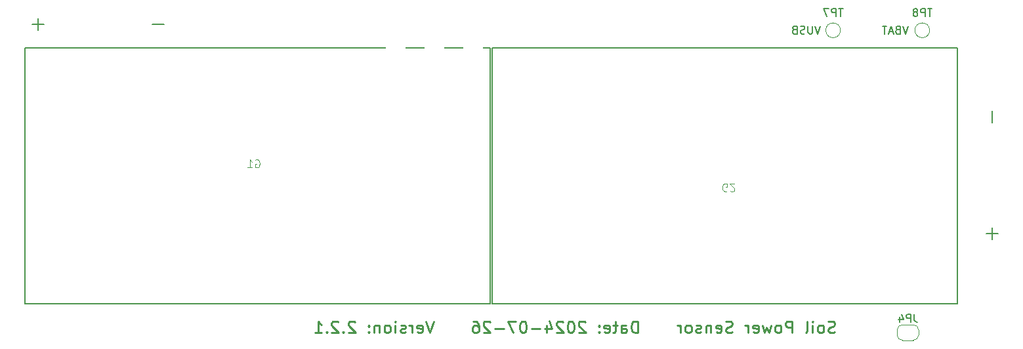
<source format=gbo>
G04 #@! TF.GenerationSoftware,KiCad,Pcbnew,8.0.3*
G04 #@! TF.CreationDate,2024-07-30T15:51:00-07:00*
G04 #@! TF.ProjectId,Soil Power Sensor,536f696c-2050-46f7-9765-722053656e73,2.2.1*
G04 #@! TF.SameCoordinates,Original*
G04 #@! TF.FileFunction,Legend,Bot*
G04 #@! TF.FilePolarity,Positive*
%FSLAX46Y46*%
G04 Gerber Fmt 4.6, Leading zero omitted, Abs format (unit mm)*
G04 Created by KiCad (PCBNEW 8.0.3) date 2024-07-30 15:51:00*
%MOMM*%
%LPD*%
G01*
G04 APERTURE LIST*
G04 Aperture macros list*
%AMFreePoly0*
4,1,19,0.500000,-0.750000,0.000000,-0.750000,0.000000,-0.744911,-0.071157,-0.744911,-0.207708,-0.704816,-0.327430,-0.627875,-0.420627,-0.520320,-0.479746,-0.390866,-0.500000,-0.250000,-0.500000,0.250000,-0.479746,0.390866,-0.420627,0.520320,-0.327430,0.627875,-0.207708,0.704816,-0.071157,0.744911,0.000000,0.744911,0.000000,0.750000,0.500000,0.750000,0.500000,-0.750000,0.500000,-0.750000,
$1*%
%AMFreePoly1*
4,1,19,0.000000,0.744911,0.071157,0.744911,0.207708,0.704816,0.327430,0.627875,0.420627,0.520320,0.479746,0.390866,0.500000,0.250000,0.500000,-0.250000,0.479746,-0.390866,0.420627,-0.520320,0.327430,-0.627875,0.207708,-0.704816,0.071157,-0.744911,0.000000,-0.744911,0.000000,-0.750000,-0.500000,-0.750000,-0.500000,0.750000,0.000000,0.750000,0.000000,0.744911,0.000000,0.744911,
$1*%
G04 Aperture macros list end*
%ADD10C,0.150000*%
%ADD11C,0.254000*%
%ADD12C,0.100000*%
%ADD13C,0.200000*%
%ADD14C,0.120000*%
%ADD15C,3.600000*%
%ADD16C,5.700000*%
%ADD17R,2.600000X2.600000*%
%ADD18C,2.600000*%
%ADD19R,1.700000X1.700000*%
%ADD20O,1.700000X1.700000*%
%ADD21FreePoly0,180.000000*%
%ADD22FreePoly1,180.000000*%
%ADD23R,3.000000X3.000000*%
%ADD24C,1.500000*%
G04 APERTURE END LIST*
D10*
X225333332Y-49954819D02*
X224999999Y-50954819D01*
X224999999Y-50954819D02*
X224666666Y-49954819D01*
X224333332Y-49954819D02*
X224333332Y-50764342D01*
X224333332Y-50764342D02*
X224285713Y-50859580D01*
X224285713Y-50859580D02*
X224238094Y-50907200D01*
X224238094Y-50907200D02*
X224142856Y-50954819D01*
X224142856Y-50954819D02*
X223952380Y-50954819D01*
X223952380Y-50954819D02*
X223857142Y-50907200D01*
X223857142Y-50907200D02*
X223809523Y-50859580D01*
X223809523Y-50859580D02*
X223761904Y-50764342D01*
X223761904Y-50764342D02*
X223761904Y-49954819D01*
X223333332Y-50907200D02*
X223190475Y-50954819D01*
X223190475Y-50954819D02*
X222952380Y-50954819D01*
X222952380Y-50954819D02*
X222857142Y-50907200D01*
X222857142Y-50907200D02*
X222809523Y-50859580D01*
X222809523Y-50859580D02*
X222761904Y-50764342D01*
X222761904Y-50764342D02*
X222761904Y-50669104D01*
X222761904Y-50669104D02*
X222809523Y-50573866D01*
X222809523Y-50573866D02*
X222857142Y-50526247D01*
X222857142Y-50526247D02*
X222952380Y-50478628D01*
X222952380Y-50478628D02*
X223142856Y-50431009D01*
X223142856Y-50431009D02*
X223238094Y-50383390D01*
X223238094Y-50383390D02*
X223285713Y-50335771D01*
X223285713Y-50335771D02*
X223333332Y-50240533D01*
X223333332Y-50240533D02*
X223333332Y-50145295D01*
X223333332Y-50145295D02*
X223285713Y-50050057D01*
X223285713Y-50050057D02*
X223238094Y-50002438D01*
X223238094Y-50002438D02*
X223142856Y-49954819D01*
X223142856Y-49954819D02*
X222904761Y-49954819D01*
X222904761Y-49954819D02*
X222761904Y-50002438D01*
X221999999Y-50431009D02*
X221857142Y-50478628D01*
X221857142Y-50478628D02*
X221809523Y-50526247D01*
X221809523Y-50526247D02*
X221761904Y-50621485D01*
X221761904Y-50621485D02*
X221761904Y-50764342D01*
X221761904Y-50764342D02*
X221809523Y-50859580D01*
X221809523Y-50859580D02*
X221857142Y-50907200D01*
X221857142Y-50907200D02*
X221952380Y-50954819D01*
X221952380Y-50954819D02*
X222333332Y-50954819D01*
X222333332Y-50954819D02*
X222333332Y-49954819D01*
X222333332Y-49954819D02*
X221999999Y-49954819D01*
X221999999Y-49954819D02*
X221904761Y-50002438D01*
X221904761Y-50002438D02*
X221857142Y-50050057D01*
X221857142Y-50050057D02*
X221809523Y-50145295D01*
X221809523Y-50145295D02*
X221809523Y-50240533D01*
X221809523Y-50240533D02*
X221857142Y-50335771D01*
X221857142Y-50335771D02*
X221904761Y-50383390D01*
X221904761Y-50383390D02*
X221999999Y-50431009D01*
X221999999Y-50431009D02*
X222333332Y-50431009D01*
X236642856Y-49954819D02*
X236309523Y-50954819D01*
X236309523Y-50954819D02*
X235976190Y-49954819D01*
X235309523Y-50431009D02*
X235166666Y-50478628D01*
X235166666Y-50478628D02*
X235119047Y-50526247D01*
X235119047Y-50526247D02*
X235071428Y-50621485D01*
X235071428Y-50621485D02*
X235071428Y-50764342D01*
X235071428Y-50764342D02*
X235119047Y-50859580D01*
X235119047Y-50859580D02*
X235166666Y-50907200D01*
X235166666Y-50907200D02*
X235261904Y-50954819D01*
X235261904Y-50954819D02*
X235642856Y-50954819D01*
X235642856Y-50954819D02*
X235642856Y-49954819D01*
X235642856Y-49954819D02*
X235309523Y-49954819D01*
X235309523Y-49954819D02*
X235214285Y-50002438D01*
X235214285Y-50002438D02*
X235166666Y-50050057D01*
X235166666Y-50050057D02*
X235119047Y-50145295D01*
X235119047Y-50145295D02*
X235119047Y-50240533D01*
X235119047Y-50240533D02*
X235166666Y-50335771D01*
X235166666Y-50335771D02*
X235214285Y-50383390D01*
X235214285Y-50383390D02*
X235309523Y-50431009D01*
X235309523Y-50431009D02*
X235642856Y-50431009D01*
X234690475Y-50669104D02*
X234214285Y-50669104D01*
X234785713Y-50954819D02*
X234452380Y-49954819D01*
X234452380Y-49954819D02*
X234119047Y-50954819D01*
X233928570Y-49954819D02*
X233357142Y-49954819D01*
X233642856Y-50954819D02*
X233642856Y-49954819D01*
D11*
X227222180Y-89474224D02*
X227007895Y-89545652D01*
X227007895Y-89545652D02*
X226650752Y-89545652D01*
X226650752Y-89545652D02*
X226507895Y-89474224D01*
X226507895Y-89474224D02*
X226436466Y-89402795D01*
X226436466Y-89402795D02*
X226365037Y-89259938D01*
X226365037Y-89259938D02*
X226365037Y-89117081D01*
X226365037Y-89117081D02*
X226436466Y-88974224D01*
X226436466Y-88974224D02*
X226507895Y-88902795D01*
X226507895Y-88902795D02*
X226650752Y-88831366D01*
X226650752Y-88831366D02*
X226936466Y-88759938D01*
X226936466Y-88759938D02*
X227079323Y-88688509D01*
X227079323Y-88688509D02*
X227150752Y-88617081D01*
X227150752Y-88617081D02*
X227222180Y-88474224D01*
X227222180Y-88474224D02*
X227222180Y-88331366D01*
X227222180Y-88331366D02*
X227150752Y-88188509D01*
X227150752Y-88188509D02*
X227079323Y-88117081D01*
X227079323Y-88117081D02*
X226936466Y-88045652D01*
X226936466Y-88045652D02*
X226579323Y-88045652D01*
X226579323Y-88045652D02*
X226365037Y-88117081D01*
X225507895Y-89545652D02*
X225650752Y-89474224D01*
X225650752Y-89474224D02*
X225722181Y-89402795D01*
X225722181Y-89402795D02*
X225793609Y-89259938D01*
X225793609Y-89259938D02*
X225793609Y-88831366D01*
X225793609Y-88831366D02*
X225722181Y-88688509D01*
X225722181Y-88688509D02*
X225650752Y-88617081D01*
X225650752Y-88617081D02*
X225507895Y-88545652D01*
X225507895Y-88545652D02*
X225293609Y-88545652D01*
X225293609Y-88545652D02*
X225150752Y-88617081D01*
X225150752Y-88617081D02*
X225079324Y-88688509D01*
X225079324Y-88688509D02*
X225007895Y-88831366D01*
X225007895Y-88831366D02*
X225007895Y-89259938D01*
X225007895Y-89259938D02*
X225079324Y-89402795D01*
X225079324Y-89402795D02*
X225150752Y-89474224D01*
X225150752Y-89474224D02*
X225293609Y-89545652D01*
X225293609Y-89545652D02*
X225507895Y-89545652D01*
X224365038Y-89545652D02*
X224365038Y-88545652D01*
X224365038Y-88045652D02*
X224436466Y-88117081D01*
X224436466Y-88117081D02*
X224365038Y-88188509D01*
X224365038Y-88188509D02*
X224293609Y-88117081D01*
X224293609Y-88117081D02*
X224365038Y-88045652D01*
X224365038Y-88045652D02*
X224365038Y-88188509D01*
X223436466Y-89545652D02*
X223579323Y-89474224D01*
X223579323Y-89474224D02*
X223650752Y-89331366D01*
X223650752Y-89331366D02*
X223650752Y-88045652D01*
X221722181Y-89545652D02*
X221722181Y-88045652D01*
X221722181Y-88045652D02*
X221150752Y-88045652D01*
X221150752Y-88045652D02*
X221007895Y-88117081D01*
X221007895Y-88117081D02*
X220936466Y-88188509D01*
X220936466Y-88188509D02*
X220865038Y-88331366D01*
X220865038Y-88331366D02*
X220865038Y-88545652D01*
X220865038Y-88545652D02*
X220936466Y-88688509D01*
X220936466Y-88688509D02*
X221007895Y-88759938D01*
X221007895Y-88759938D02*
X221150752Y-88831366D01*
X221150752Y-88831366D02*
X221722181Y-88831366D01*
X220007895Y-89545652D02*
X220150752Y-89474224D01*
X220150752Y-89474224D02*
X220222181Y-89402795D01*
X220222181Y-89402795D02*
X220293609Y-89259938D01*
X220293609Y-89259938D02*
X220293609Y-88831366D01*
X220293609Y-88831366D02*
X220222181Y-88688509D01*
X220222181Y-88688509D02*
X220150752Y-88617081D01*
X220150752Y-88617081D02*
X220007895Y-88545652D01*
X220007895Y-88545652D02*
X219793609Y-88545652D01*
X219793609Y-88545652D02*
X219650752Y-88617081D01*
X219650752Y-88617081D02*
X219579324Y-88688509D01*
X219579324Y-88688509D02*
X219507895Y-88831366D01*
X219507895Y-88831366D02*
X219507895Y-89259938D01*
X219507895Y-89259938D02*
X219579324Y-89402795D01*
X219579324Y-89402795D02*
X219650752Y-89474224D01*
X219650752Y-89474224D02*
X219793609Y-89545652D01*
X219793609Y-89545652D02*
X220007895Y-89545652D01*
X219007895Y-88545652D02*
X218722181Y-89545652D01*
X218722181Y-89545652D02*
X218436466Y-88831366D01*
X218436466Y-88831366D02*
X218150752Y-89545652D01*
X218150752Y-89545652D02*
X217865038Y-88545652D01*
X216722180Y-89474224D02*
X216865037Y-89545652D01*
X216865037Y-89545652D02*
X217150752Y-89545652D01*
X217150752Y-89545652D02*
X217293609Y-89474224D01*
X217293609Y-89474224D02*
X217365037Y-89331366D01*
X217365037Y-89331366D02*
X217365037Y-88759938D01*
X217365037Y-88759938D02*
X217293609Y-88617081D01*
X217293609Y-88617081D02*
X217150752Y-88545652D01*
X217150752Y-88545652D02*
X216865037Y-88545652D01*
X216865037Y-88545652D02*
X216722180Y-88617081D01*
X216722180Y-88617081D02*
X216650752Y-88759938D01*
X216650752Y-88759938D02*
X216650752Y-88902795D01*
X216650752Y-88902795D02*
X217365037Y-89045652D01*
X216007895Y-89545652D02*
X216007895Y-88545652D01*
X216007895Y-88831366D02*
X215936466Y-88688509D01*
X215936466Y-88688509D02*
X215865038Y-88617081D01*
X215865038Y-88617081D02*
X215722180Y-88545652D01*
X215722180Y-88545652D02*
X215579323Y-88545652D01*
X214007895Y-89474224D02*
X213793610Y-89545652D01*
X213793610Y-89545652D02*
X213436467Y-89545652D01*
X213436467Y-89545652D02*
X213293610Y-89474224D01*
X213293610Y-89474224D02*
X213222181Y-89402795D01*
X213222181Y-89402795D02*
X213150752Y-89259938D01*
X213150752Y-89259938D02*
X213150752Y-89117081D01*
X213150752Y-89117081D02*
X213222181Y-88974224D01*
X213222181Y-88974224D02*
X213293610Y-88902795D01*
X213293610Y-88902795D02*
X213436467Y-88831366D01*
X213436467Y-88831366D02*
X213722181Y-88759938D01*
X213722181Y-88759938D02*
X213865038Y-88688509D01*
X213865038Y-88688509D02*
X213936467Y-88617081D01*
X213936467Y-88617081D02*
X214007895Y-88474224D01*
X214007895Y-88474224D02*
X214007895Y-88331366D01*
X214007895Y-88331366D02*
X213936467Y-88188509D01*
X213936467Y-88188509D02*
X213865038Y-88117081D01*
X213865038Y-88117081D02*
X213722181Y-88045652D01*
X213722181Y-88045652D02*
X213365038Y-88045652D01*
X213365038Y-88045652D02*
X213150752Y-88117081D01*
X211936467Y-89474224D02*
X212079324Y-89545652D01*
X212079324Y-89545652D02*
X212365039Y-89545652D01*
X212365039Y-89545652D02*
X212507896Y-89474224D01*
X212507896Y-89474224D02*
X212579324Y-89331366D01*
X212579324Y-89331366D02*
X212579324Y-88759938D01*
X212579324Y-88759938D02*
X212507896Y-88617081D01*
X212507896Y-88617081D02*
X212365039Y-88545652D01*
X212365039Y-88545652D02*
X212079324Y-88545652D01*
X212079324Y-88545652D02*
X211936467Y-88617081D01*
X211936467Y-88617081D02*
X211865039Y-88759938D01*
X211865039Y-88759938D02*
X211865039Y-88902795D01*
X211865039Y-88902795D02*
X212579324Y-89045652D01*
X211222182Y-88545652D02*
X211222182Y-89545652D01*
X211222182Y-88688509D02*
X211150753Y-88617081D01*
X211150753Y-88617081D02*
X211007896Y-88545652D01*
X211007896Y-88545652D02*
X210793610Y-88545652D01*
X210793610Y-88545652D02*
X210650753Y-88617081D01*
X210650753Y-88617081D02*
X210579325Y-88759938D01*
X210579325Y-88759938D02*
X210579325Y-89545652D01*
X209936467Y-89474224D02*
X209793610Y-89545652D01*
X209793610Y-89545652D02*
X209507896Y-89545652D01*
X209507896Y-89545652D02*
X209365039Y-89474224D01*
X209365039Y-89474224D02*
X209293610Y-89331366D01*
X209293610Y-89331366D02*
X209293610Y-89259938D01*
X209293610Y-89259938D02*
X209365039Y-89117081D01*
X209365039Y-89117081D02*
X209507896Y-89045652D01*
X209507896Y-89045652D02*
X209722182Y-89045652D01*
X209722182Y-89045652D02*
X209865039Y-88974224D01*
X209865039Y-88974224D02*
X209936467Y-88831366D01*
X209936467Y-88831366D02*
X209936467Y-88759938D01*
X209936467Y-88759938D02*
X209865039Y-88617081D01*
X209865039Y-88617081D02*
X209722182Y-88545652D01*
X209722182Y-88545652D02*
X209507896Y-88545652D01*
X209507896Y-88545652D02*
X209365039Y-88617081D01*
X208436467Y-89545652D02*
X208579324Y-89474224D01*
X208579324Y-89474224D02*
X208650753Y-89402795D01*
X208650753Y-89402795D02*
X208722181Y-89259938D01*
X208722181Y-89259938D02*
X208722181Y-88831366D01*
X208722181Y-88831366D02*
X208650753Y-88688509D01*
X208650753Y-88688509D02*
X208579324Y-88617081D01*
X208579324Y-88617081D02*
X208436467Y-88545652D01*
X208436467Y-88545652D02*
X208222181Y-88545652D01*
X208222181Y-88545652D02*
X208079324Y-88617081D01*
X208079324Y-88617081D02*
X208007896Y-88688509D01*
X208007896Y-88688509D02*
X207936467Y-88831366D01*
X207936467Y-88831366D02*
X207936467Y-89259938D01*
X207936467Y-89259938D02*
X208007896Y-89402795D01*
X208007896Y-89402795D02*
X208079324Y-89474224D01*
X208079324Y-89474224D02*
X208222181Y-89545652D01*
X208222181Y-89545652D02*
X208436467Y-89545652D01*
X207293610Y-89545652D02*
X207293610Y-88545652D01*
X207293610Y-88831366D02*
X207222181Y-88688509D01*
X207222181Y-88688509D02*
X207150753Y-88617081D01*
X207150753Y-88617081D02*
X207007895Y-88545652D01*
X207007895Y-88545652D02*
X206865038Y-88545652D01*
X201793611Y-89545652D02*
X201793611Y-88045652D01*
X201793611Y-88045652D02*
X201436468Y-88045652D01*
X201436468Y-88045652D02*
X201222182Y-88117081D01*
X201222182Y-88117081D02*
X201079325Y-88259938D01*
X201079325Y-88259938D02*
X201007896Y-88402795D01*
X201007896Y-88402795D02*
X200936468Y-88688509D01*
X200936468Y-88688509D02*
X200936468Y-88902795D01*
X200936468Y-88902795D02*
X201007896Y-89188509D01*
X201007896Y-89188509D02*
X201079325Y-89331366D01*
X201079325Y-89331366D02*
X201222182Y-89474224D01*
X201222182Y-89474224D02*
X201436468Y-89545652D01*
X201436468Y-89545652D02*
X201793611Y-89545652D01*
X199650754Y-89545652D02*
X199650754Y-88759938D01*
X199650754Y-88759938D02*
X199722182Y-88617081D01*
X199722182Y-88617081D02*
X199865039Y-88545652D01*
X199865039Y-88545652D02*
X200150754Y-88545652D01*
X200150754Y-88545652D02*
X200293611Y-88617081D01*
X199650754Y-89474224D02*
X199793611Y-89545652D01*
X199793611Y-89545652D02*
X200150754Y-89545652D01*
X200150754Y-89545652D02*
X200293611Y-89474224D01*
X200293611Y-89474224D02*
X200365039Y-89331366D01*
X200365039Y-89331366D02*
X200365039Y-89188509D01*
X200365039Y-89188509D02*
X200293611Y-89045652D01*
X200293611Y-89045652D02*
X200150754Y-88974224D01*
X200150754Y-88974224D02*
X199793611Y-88974224D01*
X199793611Y-88974224D02*
X199650754Y-88902795D01*
X199150753Y-88545652D02*
X198579325Y-88545652D01*
X198936468Y-88045652D02*
X198936468Y-89331366D01*
X198936468Y-89331366D02*
X198865039Y-89474224D01*
X198865039Y-89474224D02*
X198722182Y-89545652D01*
X198722182Y-89545652D02*
X198579325Y-89545652D01*
X197507896Y-89474224D02*
X197650753Y-89545652D01*
X197650753Y-89545652D02*
X197936468Y-89545652D01*
X197936468Y-89545652D02*
X198079325Y-89474224D01*
X198079325Y-89474224D02*
X198150753Y-89331366D01*
X198150753Y-89331366D02*
X198150753Y-88759938D01*
X198150753Y-88759938D02*
X198079325Y-88617081D01*
X198079325Y-88617081D02*
X197936468Y-88545652D01*
X197936468Y-88545652D02*
X197650753Y-88545652D01*
X197650753Y-88545652D02*
X197507896Y-88617081D01*
X197507896Y-88617081D02*
X197436468Y-88759938D01*
X197436468Y-88759938D02*
X197436468Y-88902795D01*
X197436468Y-88902795D02*
X198150753Y-89045652D01*
X196793611Y-89402795D02*
X196722182Y-89474224D01*
X196722182Y-89474224D02*
X196793611Y-89545652D01*
X196793611Y-89545652D02*
X196865039Y-89474224D01*
X196865039Y-89474224D02*
X196793611Y-89402795D01*
X196793611Y-89402795D02*
X196793611Y-89545652D01*
X196793611Y-88617081D02*
X196722182Y-88688509D01*
X196722182Y-88688509D02*
X196793611Y-88759938D01*
X196793611Y-88759938D02*
X196865039Y-88688509D01*
X196865039Y-88688509D02*
X196793611Y-88617081D01*
X196793611Y-88617081D02*
X196793611Y-88759938D01*
X195007896Y-88188509D02*
X194936468Y-88117081D01*
X194936468Y-88117081D02*
X194793611Y-88045652D01*
X194793611Y-88045652D02*
X194436468Y-88045652D01*
X194436468Y-88045652D02*
X194293611Y-88117081D01*
X194293611Y-88117081D02*
X194222182Y-88188509D01*
X194222182Y-88188509D02*
X194150753Y-88331366D01*
X194150753Y-88331366D02*
X194150753Y-88474224D01*
X194150753Y-88474224D02*
X194222182Y-88688509D01*
X194222182Y-88688509D02*
X195079325Y-89545652D01*
X195079325Y-89545652D02*
X194150753Y-89545652D01*
X193222182Y-88045652D02*
X193079325Y-88045652D01*
X193079325Y-88045652D02*
X192936468Y-88117081D01*
X192936468Y-88117081D02*
X192865040Y-88188509D01*
X192865040Y-88188509D02*
X192793611Y-88331366D01*
X192793611Y-88331366D02*
X192722182Y-88617081D01*
X192722182Y-88617081D02*
X192722182Y-88974224D01*
X192722182Y-88974224D02*
X192793611Y-89259938D01*
X192793611Y-89259938D02*
X192865040Y-89402795D01*
X192865040Y-89402795D02*
X192936468Y-89474224D01*
X192936468Y-89474224D02*
X193079325Y-89545652D01*
X193079325Y-89545652D02*
X193222182Y-89545652D01*
X193222182Y-89545652D02*
X193365040Y-89474224D01*
X193365040Y-89474224D02*
X193436468Y-89402795D01*
X193436468Y-89402795D02*
X193507897Y-89259938D01*
X193507897Y-89259938D02*
X193579325Y-88974224D01*
X193579325Y-88974224D02*
X193579325Y-88617081D01*
X193579325Y-88617081D02*
X193507897Y-88331366D01*
X193507897Y-88331366D02*
X193436468Y-88188509D01*
X193436468Y-88188509D02*
X193365040Y-88117081D01*
X193365040Y-88117081D02*
X193222182Y-88045652D01*
X192150754Y-88188509D02*
X192079326Y-88117081D01*
X192079326Y-88117081D02*
X191936469Y-88045652D01*
X191936469Y-88045652D02*
X191579326Y-88045652D01*
X191579326Y-88045652D02*
X191436469Y-88117081D01*
X191436469Y-88117081D02*
X191365040Y-88188509D01*
X191365040Y-88188509D02*
X191293611Y-88331366D01*
X191293611Y-88331366D02*
X191293611Y-88474224D01*
X191293611Y-88474224D02*
X191365040Y-88688509D01*
X191365040Y-88688509D02*
X192222183Y-89545652D01*
X192222183Y-89545652D02*
X191293611Y-89545652D01*
X190007898Y-88545652D02*
X190007898Y-89545652D01*
X190365040Y-87974224D02*
X190722183Y-89045652D01*
X190722183Y-89045652D02*
X189793612Y-89045652D01*
X189222184Y-88974224D02*
X188079327Y-88974224D01*
X187079326Y-88045652D02*
X186936469Y-88045652D01*
X186936469Y-88045652D02*
X186793612Y-88117081D01*
X186793612Y-88117081D02*
X186722184Y-88188509D01*
X186722184Y-88188509D02*
X186650755Y-88331366D01*
X186650755Y-88331366D02*
X186579326Y-88617081D01*
X186579326Y-88617081D02*
X186579326Y-88974224D01*
X186579326Y-88974224D02*
X186650755Y-89259938D01*
X186650755Y-89259938D02*
X186722184Y-89402795D01*
X186722184Y-89402795D02*
X186793612Y-89474224D01*
X186793612Y-89474224D02*
X186936469Y-89545652D01*
X186936469Y-89545652D02*
X187079326Y-89545652D01*
X187079326Y-89545652D02*
X187222184Y-89474224D01*
X187222184Y-89474224D02*
X187293612Y-89402795D01*
X187293612Y-89402795D02*
X187365041Y-89259938D01*
X187365041Y-89259938D02*
X187436469Y-88974224D01*
X187436469Y-88974224D02*
X187436469Y-88617081D01*
X187436469Y-88617081D02*
X187365041Y-88331366D01*
X187365041Y-88331366D02*
X187293612Y-88188509D01*
X187293612Y-88188509D02*
X187222184Y-88117081D01*
X187222184Y-88117081D02*
X187079326Y-88045652D01*
X186079327Y-88045652D02*
X185079327Y-88045652D01*
X185079327Y-88045652D02*
X185722184Y-89545652D01*
X184507899Y-88974224D02*
X183365042Y-88974224D01*
X182722184Y-88188509D02*
X182650756Y-88117081D01*
X182650756Y-88117081D02*
X182507899Y-88045652D01*
X182507899Y-88045652D02*
X182150756Y-88045652D01*
X182150756Y-88045652D02*
X182007899Y-88117081D01*
X182007899Y-88117081D02*
X181936470Y-88188509D01*
X181936470Y-88188509D02*
X181865041Y-88331366D01*
X181865041Y-88331366D02*
X181865041Y-88474224D01*
X181865041Y-88474224D02*
X181936470Y-88688509D01*
X181936470Y-88688509D02*
X182793613Y-89545652D01*
X182793613Y-89545652D02*
X181865041Y-89545652D01*
X180579328Y-88045652D02*
X180865042Y-88045652D01*
X180865042Y-88045652D02*
X181007899Y-88117081D01*
X181007899Y-88117081D02*
X181079328Y-88188509D01*
X181079328Y-88188509D02*
X181222185Y-88402795D01*
X181222185Y-88402795D02*
X181293613Y-88688509D01*
X181293613Y-88688509D02*
X181293613Y-89259938D01*
X181293613Y-89259938D02*
X181222185Y-89402795D01*
X181222185Y-89402795D02*
X181150756Y-89474224D01*
X181150756Y-89474224D02*
X181007899Y-89545652D01*
X181007899Y-89545652D02*
X180722185Y-89545652D01*
X180722185Y-89545652D02*
X180579328Y-89474224D01*
X180579328Y-89474224D02*
X180507899Y-89402795D01*
X180507899Y-89402795D02*
X180436470Y-89259938D01*
X180436470Y-89259938D02*
X180436470Y-88902795D01*
X180436470Y-88902795D02*
X180507899Y-88759938D01*
X180507899Y-88759938D02*
X180579328Y-88688509D01*
X180579328Y-88688509D02*
X180722185Y-88617081D01*
X180722185Y-88617081D02*
X181007899Y-88617081D01*
X181007899Y-88617081D02*
X181150756Y-88688509D01*
X181150756Y-88688509D02*
X181222185Y-88759938D01*
X181222185Y-88759938D02*
X181293613Y-88902795D01*
X175436471Y-88045652D02*
X174936471Y-89545652D01*
X174936471Y-89545652D02*
X174436471Y-88045652D01*
X173365043Y-89474224D02*
X173507900Y-89545652D01*
X173507900Y-89545652D02*
X173793615Y-89545652D01*
X173793615Y-89545652D02*
X173936472Y-89474224D01*
X173936472Y-89474224D02*
X174007900Y-89331366D01*
X174007900Y-89331366D02*
X174007900Y-88759938D01*
X174007900Y-88759938D02*
X173936472Y-88617081D01*
X173936472Y-88617081D02*
X173793615Y-88545652D01*
X173793615Y-88545652D02*
X173507900Y-88545652D01*
X173507900Y-88545652D02*
X173365043Y-88617081D01*
X173365043Y-88617081D02*
X173293615Y-88759938D01*
X173293615Y-88759938D02*
X173293615Y-88902795D01*
X173293615Y-88902795D02*
X174007900Y-89045652D01*
X172650758Y-89545652D02*
X172650758Y-88545652D01*
X172650758Y-88831366D02*
X172579329Y-88688509D01*
X172579329Y-88688509D02*
X172507901Y-88617081D01*
X172507901Y-88617081D02*
X172365043Y-88545652D01*
X172365043Y-88545652D02*
X172222186Y-88545652D01*
X171793615Y-89474224D02*
X171650758Y-89545652D01*
X171650758Y-89545652D02*
X171365044Y-89545652D01*
X171365044Y-89545652D02*
X171222187Y-89474224D01*
X171222187Y-89474224D02*
X171150758Y-89331366D01*
X171150758Y-89331366D02*
X171150758Y-89259938D01*
X171150758Y-89259938D02*
X171222187Y-89117081D01*
X171222187Y-89117081D02*
X171365044Y-89045652D01*
X171365044Y-89045652D02*
X171579330Y-89045652D01*
X171579330Y-89045652D02*
X171722187Y-88974224D01*
X171722187Y-88974224D02*
X171793615Y-88831366D01*
X171793615Y-88831366D02*
X171793615Y-88759938D01*
X171793615Y-88759938D02*
X171722187Y-88617081D01*
X171722187Y-88617081D02*
X171579330Y-88545652D01*
X171579330Y-88545652D02*
X171365044Y-88545652D01*
X171365044Y-88545652D02*
X171222187Y-88617081D01*
X170507901Y-89545652D02*
X170507901Y-88545652D01*
X170507901Y-88045652D02*
X170579329Y-88117081D01*
X170579329Y-88117081D02*
X170507901Y-88188509D01*
X170507901Y-88188509D02*
X170436472Y-88117081D01*
X170436472Y-88117081D02*
X170507901Y-88045652D01*
X170507901Y-88045652D02*
X170507901Y-88188509D01*
X169579329Y-89545652D02*
X169722186Y-89474224D01*
X169722186Y-89474224D02*
X169793615Y-89402795D01*
X169793615Y-89402795D02*
X169865043Y-89259938D01*
X169865043Y-89259938D02*
X169865043Y-88831366D01*
X169865043Y-88831366D02*
X169793615Y-88688509D01*
X169793615Y-88688509D02*
X169722186Y-88617081D01*
X169722186Y-88617081D02*
X169579329Y-88545652D01*
X169579329Y-88545652D02*
X169365043Y-88545652D01*
X169365043Y-88545652D02*
X169222186Y-88617081D01*
X169222186Y-88617081D02*
X169150758Y-88688509D01*
X169150758Y-88688509D02*
X169079329Y-88831366D01*
X169079329Y-88831366D02*
X169079329Y-89259938D01*
X169079329Y-89259938D02*
X169150758Y-89402795D01*
X169150758Y-89402795D02*
X169222186Y-89474224D01*
X169222186Y-89474224D02*
X169365043Y-89545652D01*
X169365043Y-89545652D02*
X169579329Y-89545652D01*
X168436472Y-88545652D02*
X168436472Y-89545652D01*
X168436472Y-88688509D02*
X168365043Y-88617081D01*
X168365043Y-88617081D02*
X168222186Y-88545652D01*
X168222186Y-88545652D02*
X168007900Y-88545652D01*
X168007900Y-88545652D02*
X167865043Y-88617081D01*
X167865043Y-88617081D02*
X167793615Y-88759938D01*
X167793615Y-88759938D02*
X167793615Y-89545652D01*
X167079329Y-89402795D02*
X167007900Y-89474224D01*
X167007900Y-89474224D02*
X167079329Y-89545652D01*
X167079329Y-89545652D02*
X167150757Y-89474224D01*
X167150757Y-89474224D02*
X167079329Y-89402795D01*
X167079329Y-89402795D02*
X167079329Y-89545652D01*
X167079329Y-88617081D02*
X167007900Y-88688509D01*
X167007900Y-88688509D02*
X167079329Y-88759938D01*
X167079329Y-88759938D02*
X167150757Y-88688509D01*
X167150757Y-88688509D02*
X167079329Y-88617081D01*
X167079329Y-88617081D02*
X167079329Y-88759938D01*
X165293614Y-88188509D02*
X165222186Y-88117081D01*
X165222186Y-88117081D02*
X165079329Y-88045652D01*
X165079329Y-88045652D02*
X164722186Y-88045652D01*
X164722186Y-88045652D02*
X164579329Y-88117081D01*
X164579329Y-88117081D02*
X164507900Y-88188509D01*
X164507900Y-88188509D02*
X164436471Y-88331366D01*
X164436471Y-88331366D02*
X164436471Y-88474224D01*
X164436471Y-88474224D02*
X164507900Y-88688509D01*
X164507900Y-88688509D02*
X165365043Y-89545652D01*
X165365043Y-89545652D02*
X164436471Y-89545652D01*
X163793615Y-89402795D02*
X163722186Y-89474224D01*
X163722186Y-89474224D02*
X163793615Y-89545652D01*
X163793615Y-89545652D02*
X163865043Y-89474224D01*
X163865043Y-89474224D02*
X163793615Y-89402795D01*
X163793615Y-89402795D02*
X163793615Y-89545652D01*
X163150757Y-88188509D02*
X163079329Y-88117081D01*
X163079329Y-88117081D02*
X162936472Y-88045652D01*
X162936472Y-88045652D02*
X162579329Y-88045652D01*
X162579329Y-88045652D02*
X162436472Y-88117081D01*
X162436472Y-88117081D02*
X162365043Y-88188509D01*
X162365043Y-88188509D02*
X162293614Y-88331366D01*
X162293614Y-88331366D02*
X162293614Y-88474224D01*
X162293614Y-88474224D02*
X162365043Y-88688509D01*
X162365043Y-88688509D02*
X163222186Y-89545652D01*
X163222186Y-89545652D02*
X162293614Y-89545652D01*
X161650758Y-89402795D02*
X161579329Y-89474224D01*
X161579329Y-89474224D02*
X161650758Y-89545652D01*
X161650758Y-89545652D02*
X161722186Y-89474224D01*
X161722186Y-89474224D02*
X161650758Y-89402795D01*
X161650758Y-89402795D02*
X161650758Y-89545652D01*
X160150757Y-89545652D02*
X161007900Y-89545652D01*
X160579329Y-89545652D02*
X160579329Y-88045652D01*
X160579329Y-88045652D02*
X160722186Y-88259938D01*
X160722186Y-88259938D02*
X160865043Y-88402795D01*
X160865043Y-88402795D02*
X161007900Y-88474224D01*
D10*
X237483333Y-87154819D02*
X237483333Y-87869104D01*
X237483333Y-87869104D02*
X237530952Y-88011961D01*
X237530952Y-88011961D02*
X237626190Y-88107200D01*
X237626190Y-88107200D02*
X237769047Y-88154819D01*
X237769047Y-88154819D02*
X237864285Y-88154819D01*
X237007142Y-88154819D02*
X237007142Y-87154819D01*
X237007142Y-87154819D02*
X236626190Y-87154819D01*
X236626190Y-87154819D02*
X236530952Y-87202438D01*
X236530952Y-87202438D02*
X236483333Y-87250057D01*
X236483333Y-87250057D02*
X236435714Y-87345295D01*
X236435714Y-87345295D02*
X236435714Y-87488152D01*
X236435714Y-87488152D02*
X236483333Y-87583390D01*
X236483333Y-87583390D02*
X236530952Y-87631009D01*
X236530952Y-87631009D02*
X236626190Y-87678628D01*
X236626190Y-87678628D02*
X237007142Y-87678628D01*
X235578571Y-87488152D02*
X235578571Y-88154819D01*
X235816666Y-87107200D02*
X236054761Y-87821485D01*
X236054761Y-87821485D02*
X235435714Y-87821485D01*
D12*
X152464285Y-67255038D02*
X152559523Y-67207419D01*
X152559523Y-67207419D02*
X152702380Y-67207419D01*
X152702380Y-67207419D02*
X152845237Y-67255038D01*
X152845237Y-67255038D02*
X152940475Y-67350276D01*
X152940475Y-67350276D02*
X152988094Y-67445514D01*
X152988094Y-67445514D02*
X153035713Y-67635990D01*
X153035713Y-67635990D02*
X153035713Y-67778847D01*
X153035713Y-67778847D02*
X152988094Y-67969323D01*
X152988094Y-67969323D02*
X152940475Y-68064561D01*
X152940475Y-68064561D02*
X152845237Y-68159800D01*
X152845237Y-68159800D02*
X152702380Y-68207419D01*
X152702380Y-68207419D02*
X152607142Y-68207419D01*
X152607142Y-68207419D02*
X152464285Y-68159800D01*
X152464285Y-68159800D02*
X152416666Y-68112180D01*
X152416666Y-68112180D02*
X152416666Y-67778847D01*
X152416666Y-67778847D02*
X152607142Y-67778847D01*
X151464285Y-68207419D02*
X152035713Y-68207419D01*
X151749999Y-68207419D02*
X151749999Y-67207419D01*
X151749999Y-67207419D02*
X151845237Y-67350276D01*
X151845237Y-67350276D02*
X151940475Y-67445514D01*
X151940475Y-67445514D02*
X152035713Y-67493133D01*
D13*
X140642231Y-49732933D02*
X139118422Y-49732933D01*
X125142231Y-49732933D02*
X123618422Y-49732933D01*
X124380326Y-50494838D02*
X124380326Y-48971028D01*
D10*
X239761904Y-47704819D02*
X239190476Y-47704819D01*
X239476190Y-48704819D02*
X239476190Y-47704819D01*
X238857142Y-48704819D02*
X238857142Y-47704819D01*
X238857142Y-47704819D02*
X238476190Y-47704819D01*
X238476190Y-47704819D02*
X238380952Y-47752438D01*
X238380952Y-47752438D02*
X238333333Y-47800057D01*
X238333333Y-47800057D02*
X238285714Y-47895295D01*
X238285714Y-47895295D02*
X238285714Y-48038152D01*
X238285714Y-48038152D02*
X238333333Y-48133390D01*
X238333333Y-48133390D02*
X238380952Y-48181009D01*
X238380952Y-48181009D02*
X238476190Y-48228628D01*
X238476190Y-48228628D02*
X238857142Y-48228628D01*
X237714285Y-48133390D02*
X237809523Y-48085771D01*
X237809523Y-48085771D02*
X237857142Y-48038152D01*
X237857142Y-48038152D02*
X237904761Y-47942914D01*
X237904761Y-47942914D02*
X237904761Y-47895295D01*
X237904761Y-47895295D02*
X237857142Y-47800057D01*
X237857142Y-47800057D02*
X237809523Y-47752438D01*
X237809523Y-47752438D02*
X237714285Y-47704819D01*
X237714285Y-47704819D02*
X237523809Y-47704819D01*
X237523809Y-47704819D02*
X237428571Y-47752438D01*
X237428571Y-47752438D02*
X237380952Y-47800057D01*
X237380952Y-47800057D02*
X237333333Y-47895295D01*
X237333333Y-47895295D02*
X237333333Y-47942914D01*
X237333333Y-47942914D02*
X237380952Y-48038152D01*
X237380952Y-48038152D02*
X237428571Y-48085771D01*
X237428571Y-48085771D02*
X237523809Y-48133390D01*
X237523809Y-48133390D02*
X237714285Y-48133390D01*
X237714285Y-48133390D02*
X237809523Y-48181009D01*
X237809523Y-48181009D02*
X237857142Y-48228628D01*
X237857142Y-48228628D02*
X237904761Y-48323866D01*
X237904761Y-48323866D02*
X237904761Y-48514342D01*
X237904761Y-48514342D02*
X237857142Y-48609580D01*
X237857142Y-48609580D02*
X237809523Y-48657200D01*
X237809523Y-48657200D02*
X237714285Y-48704819D01*
X237714285Y-48704819D02*
X237523809Y-48704819D01*
X237523809Y-48704819D02*
X237428571Y-48657200D01*
X237428571Y-48657200D02*
X237380952Y-48609580D01*
X237380952Y-48609580D02*
X237333333Y-48514342D01*
X237333333Y-48514342D02*
X237333333Y-48323866D01*
X237333333Y-48323866D02*
X237380952Y-48228628D01*
X237380952Y-48228628D02*
X237428571Y-48181009D01*
X237428571Y-48181009D02*
X237523809Y-48133390D01*
D12*
X213285714Y-71244961D02*
X213190476Y-71292580D01*
X213190476Y-71292580D02*
X213047619Y-71292580D01*
X213047619Y-71292580D02*
X212904762Y-71244961D01*
X212904762Y-71244961D02*
X212809524Y-71149723D01*
X212809524Y-71149723D02*
X212761905Y-71054485D01*
X212761905Y-71054485D02*
X212714286Y-70864009D01*
X212714286Y-70864009D02*
X212714286Y-70721152D01*
X212714286Y-70721152D02*
X212761905Y-70530676D01*
X212761905Y-70530676D02*
X212809524Y-70435438D01*
X212809524Y-70435438D02*
X212904762Y-70340200D01*
X212904762Y-70340200D02*
X213047619Y-70292580D01*
X213047619Y-70292580D02*
X213142857Y-70292580D01*
X213142857Y-70292580D02*
X213285714Y-70340200D01*
X213285714Y-70340200D02*
X213333333Y-70387819D01*
X213333333Y-70387819D02*
X213333333Y-70721152D01*
X213333333Y-70721152D02*
X213142857Y-70721152D01*
X213714286Y-71197342D02*
X213761905Y-71244961D01*
X213761905Y-71244961D02*
X213857143Y-71292580D01*
X213857143Y-71292580D02*
X214095238Y-71292580D01*
X214095238Y-71292580D02*
X214190476Y-71244961D01*
X214190476Y-71244961D02*
X214238095Y-71197342D01*
X214238095Y-71197342D02*
X214285714Y-71102104D01*
X214285714Y-71102104D02*
X214285714Y-71006866D01*
X214285714Y-71006866D02*
X214238095Y-70864009D01*
X214238095Y-70864009D02*
X213666667Y-70292580D01*
X213666667Y-70292580D02*
X214285714Y-70292580D01*
D13*
X247482933Y-60857768D02*
X247482933Y-62381578D01*
X246782768Y-76767066D02*
X248306578Y-76767066D01*
X247544673Y-76005161D02*
X247544673Y-77528971D01*
D10*
X228261904Y-47704819D02*
X227690476Y-47704819D01*
X227976190Y-48704819D02*
X227976190Y-47704819D01*
X227357142Y-48704819D02*
X227357142Y-47704819D01*
X227357142Y-47704819D02*
X226976190Y-47704819D01*
X226976190Y-47704819D02*
X226880952Y-47752438D01*
X226880952Y-47752438D02*
X226833333Y-47800057D01*
X226833333Y-47800057D02*
X226785714Y-47895295D01*
X226785714Y-47895295D02*
X226785714Y-48038152D01*
X226785714Y-48038152D02*
X226833333Y-48133390D01*
X226833333Y-48133390D02*
X226880952Y-48181009D01*
X226880952Y-48181009D02*
X226976190Y-48228628D01*
X226976190Y-48228628D02*
X227357142Y-48228628D01*
X226452380Y-47704819D02*
X225785714Y-47704819D01*
X225785714Y-47704819D02*
X226214285Y-48704819D01*
D14*
X235250000Y-89800000D02*
X235250000Y-89200000D01*
X235950000Y-88500000D02*
X237350000Y-88500000D01*
X237350000Y-90500000D02*
X235950000Y-90500000D01*
X238050000Y-89200000D02*
X238050000Y-89800000D01*
X235250000Y-89200000D02*
G75*
G02*
X235950000Y-88500000I700000J0D01*
G01*
X235950000Y-90500000D02*
G75*
G02*
X235250000Y-89800000I0J700000D01*
G01*
X237350000Y-88500000D02*
G75*
G02*
X238050000Y-89200000I1J-699999D01*
G01*
X238050000Y-89800000D02*
G75*
G02*
X237350000Y-90500000I-699999J-1D01*
G01*
D13*
X122750000Y-85750000D02*
X182750000Y-85750000D01*
X182750000Y-52750000D01*
X122750000Y-52750000D01*
X122750000Y-85750000D01*
D14*
X239450000Y-50500000D02*
G75*
G02*
X237550000Y-50500000I-950000J0D01*
G01*
X237550000Y-50500000D02*
G75*
G02*
X239450000Y-50500000I950000J0D01*
G01*
D13*
X243000000Y-52750000D02*
X183000000Y-52750000D01*
X183000000Y-85750000D01*
X243000000Y-85750000D01*
X243000000Y-52750000D01*
D14*
X227950000Y-50500000D02*
G75*
G02*
X226050000Y-50500000I-950000J0D01*
G01*
X226050000Y-50500000D02*
G75*
G02*
X227950000Y-50500000I950000J0D01*
G01*
%LPC*%
D15*
X116500000Y-51500000D03*
D16*
X116500000Y-51500000D03*
D15*
X116500000Y-87000000D03*
D16*
X116500000Y-87000000D03*
D17*
X180550000Y-53050000D03*
D18*
X175550000Y-53050000D03*
X170550000Y-53050000D03*
D15*
X246500000Y-51500000D03*
D16*
X246500000Y-51500000D03*
D17*
X121000000Y-59000000D03*
D18*
X121000000Y-64000000D03*
X121000000Y-69000000D03*
X121000000Y-74000000D03*
X121000000Y-79000000D03*
D15*
X246500000Y-87000000D03*
D16*
X246500000Y-87000000D03*
D19*
X170000000Y-77000000D03*
D20*
X170000000Y-79540000D03*
X170000000Y-82080000D03*
X170000000Y-84620000D03*
D21*
X237300000Y-89500000D03*
D22*
X236000000Y-89500000D03*
D23*
X127750000Y-49750000D03*
X135750000Y-49750000D03*
D24*
X238500000Y-50500000D03*
D23*
X247500000Y-73250000D03*
X247500000Y-65250000D03*
D24*
X227000000Y-50500000D03*
%LPD*%
M02*

</source>
